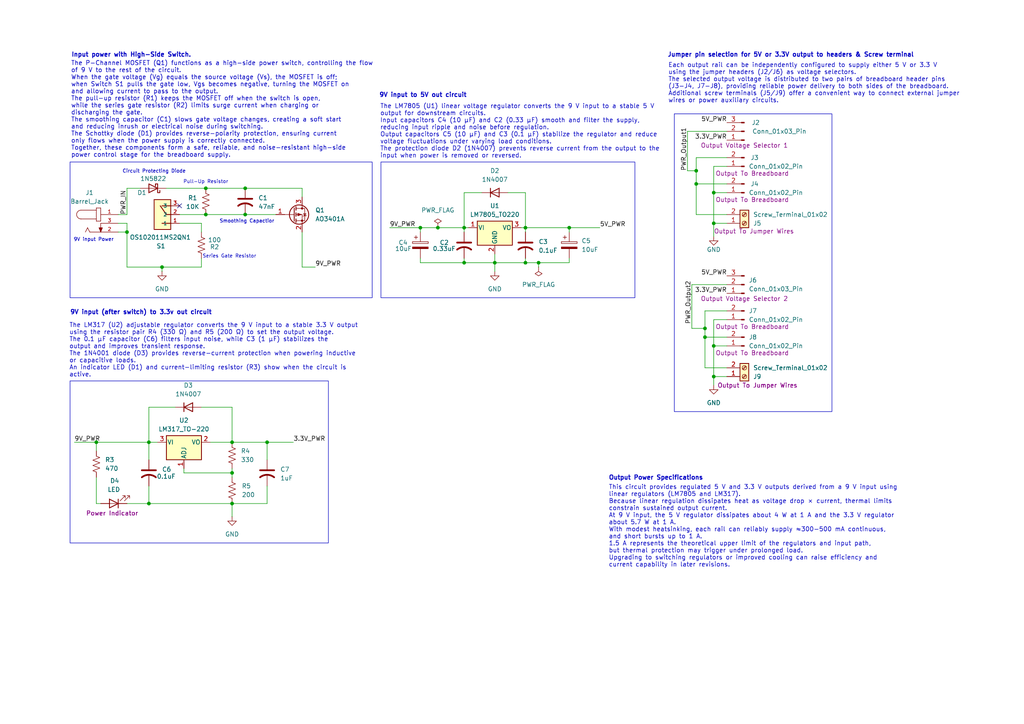
<source format=kicad_sch>
(kicad_sch (version 20250114) (generator "eeschema") (generator_version "9.0")
  (paper "A4")
  (title_block (title "Breadboard Power Supply") (date "2025-10-15") (rev "0.2") (company "Evan Stewart"))
  (lib_symbols
    (symbol "Connector:Conn_01x02_Pin" (pin_names (offset 1.016) (hide yes))
      (property "Reference" "J" (at 0 2.54 0))
      (property "Value" "Conn_01x02_Pin" (at 0 -5.08 0))
      (symbol "Conn_01x02_Pin_1_1"
        (rectangle (start 0.8636 0.127) (end 0 -0.127) (stroke (width 0.1524)) (fill (type outline)))
        (rectangle (start 0.8636 -2.413) (end 0 -2.667) (stroke (width 0.1524)) (fill (type outline)))
        (polyline (pts (xy 1.27 0) (xy 0.8636 0)) (stroke (width 0.1524)))
        (polyline (pts (xy 1.27 -2.54) (xy 0.8636 -2.54)) (stroke (width 0.1524)))
        (pin passive line (at 5.08 0 180) (length 3.81) (name "Pin_1") (number "1"))
        (pin passive line (at 5.08 -2.54 180) (length 3.81) (name "Pin_2") (number "2"))
      )
    )
    (symbol "Connector:Conn_01x03_Pin" (pin_names (offset 1.016) (hide yes))
      (property "Reference" "J" (at 0 5.08 0))
      (property "Value" "Conn_01x03_Pin" (at 0 -5.08 0))
      (symbol "Conn_01x03_Pin_1_1"
        (rectangle (start 0.8636 2.667) (end 0 2.413) (stroke (width 0.1524)) (fill (type outline)))
        (rectangle (start 0.8636 0.127) (end 0 -0.127) (stroke (width 0.1524)) (fill (type outline)))
        (rectangle (start 0.8636 -2.413) (end 0 -2.667) (stroke (width 0.1524)) (fill (type outline)))
        (polyline (pts (xy 1.27 2.54) (xy 0.8636 2.54)) (stroke (width 0.1524)))
        (polyline (pts (xy 1.27 0) (xy 0.8636 0)) (stroke (width 0.1524)))
        (polyline (pts (xy 1.27 -2.54) (xy 0.8636 -2.54)) (stroke (width 0.1524)))
        (pin passive line (at 5.08 2.54 180) (length 3.81) (name "Pin_1") (number "1"))
        (pin passive line (at 5.08 0 180) (length 3.81) (name "Pin_2") (number "2"))
        (pin passive line (at 5.08 -2.54 180) (length 3.81) (name "Pin_3") (number "3"))
      )
    )
    (symbol "Connector:Screw_Terminal_01x02" (pin_names (offset 1.016) (hide yes))
      (property "Reference" "J" (at 0 2.54 0))
      (property "Value" "Screw_Terminal_01x02" (at 0 -5.08 0))
      (symbol "Screw_Terminal_01x02_1_1"
        (rectangle (start -1.27 1.27) (end 1.27 -3.81) (stroke (width 0.254)) (fill (type background)))
        (polyline (pts (xy -0.5334 0.3302) (xy 0.3302 -0.508)) (stroke (width 0.1524)))
        (polyline (pts (xy -0.5334 -2.2098) (xy 0.3302 -3.048)) (stroke (width 0.1524)))
        (polyline (pts (xy -0.3556 0.508) (xy 0.508 -0.3302)) (stroke (width 0.1524)))
        (polyline (pts (xy -0.3556 -2.032) (xy 0.508 -2.8702)) (stroke (width 0.1524)))
        (circle (center 0 0) (radius 0.635) (stroke (width 0.1524)))
        (circle (center 0 -2.54) (radius 0.635) (stroke (width 0.1524)))
        (pin passive line (at -5.08 0 0) (length 3.81) (name "Pin_1") (number "1"))
        (pin passive line (at -5.08 -2.54 0) (length 3.81) (name "Pin_2") (number "2"))
      )
    )
    (symbol "Device:C_Polarized" (pin_numbers (hide yes)) (pin_names (offset 0.254))
      (property "Reference" "C" (at 0.635 2.54 0))
      (property "Value" "C_Polarized" (at 0.635 -2.54 0))
      (symbol "C_Polarized_0_1"
        (rectangle (start -2.286 0.508) (end 2.286 1.016))
        (polyline (pts (xy -1.778 2.286) (xy -0.762 2.286)))
        (polyline (pts (xy -1.27 2.794) (xy -1.27 1.778)))
        (rectangle (start 2.286 -0.508) (end -2.286 -1.016) (fill (type outline)))
      )
      (symbol "C_Polarized_1_1"
        (pin passive line (at 0 3.81 270) (length 2.794) (name "~") (number "1"))
        (pin passive line (at 0 -3.81 90) (length 2.794) (name "~") (number "2"))
      )
    )
    (symbol "Device:C_US" (pin_numbers (hide yes)) (pin_names (offset 0.254) (hide yes))
      (property "Reference" "C" (at 0.635 2.54 0))
      (property "Value" "C_US" (at 0.635 -2.54 0))
      (symbol "C_US_0_1"
        (polyline (pts (xy -2.032 0.762) (xy 2.032 0.762)) (stroke (width 0.508)))
        (arc (start -2.032 -1.27) (mid 0 -0.5572) (end 2.032 -1.27) (stroke (width 0.508)))
      )
      (symbol "C_US_1_1"
        (pin passive line (at 0 3.81 270) (length 2.794) (name "~") (number "1"))
        (pin passive line (at 0 -3.81 90) (length 3.302) (name "~") (number "2"))
      )
    )
    (symbol "Device:D_Schottky" (pin_numbers (hide yes)) (pin_names (offset 1.016) (hide yes))
      (property "Reference" "D" (at 0 2.54 0))
      (property "Value" "D_Schottky" (at 0 -2.54 0))
      (symbol "D_Schottky_0_1"
        (polyline (pts (xy -1.905 0.635) (xy -1.905 1.27) (xy -1.27 1.27) (xy -1.27 -1.27) (xy -0.635 -1.27) (xy -0.635 -0.635)) (stroke (width 0.254)))
        (polyline (pts (xy 1.27 1.27) (xy 1.27 -1.27) (xy -1.27 0) (xy 1.27 1.27)) (stroke (width 0.254)))
        (polyline (pts (xy 1.27 0) (xy -1.27 0)))
      )
      (symbol "D_Schottky_1_1"
        (pin passive line (at -3.81 0 0) (length 2.54) (name "K") (number "1"))
        (pin passive line (at 3.81 0 180) (length 2.54) (name "A") (number "2"))
      )
    )
    (symbol "Device:LED" (pin_numbers (hide yes)) (pin_names (offset 1.016) (hide yes))
      (property "Reference" "D" (at 0 2.54 0))
      (property "Value" "LED" (at 0 -2.54 0))
      (symbol "LED_0_1"
        (polyline (pts (xy -3.048 -0.762) (xy -4.572 -2.286) (xy -3.81 -2.286) (xy -4.572 -2.286) (xy -4.572 -1.524)))
        (polyline (pts (xy -1.778 -0.762) (xy -3.302 -2.286) (xy -2.54 -2.286) (xy -3.302 -2.286) (xy -3.302 -1.524)))
        (polyline (pts (xy -1.27 0) (xy 1.27 0)))
        (polyline (pts (xy -1.27 -1.27) (xy -1.27 1.27)) (stroke (width 0.254)))
        (polyline (pts (xy 1.27 -1.27) (xy 1.27 1.27) (xy -1.27 0) (xy 1.27 -1.27)) (stroke (width 0.254)))
      )
      (symbol "LED_1_1"
        (pin passive line (at -3.81 0 0) (length 2.54) (name "K") (number "1"))
        (pin passive line (at 3.81 0 180) (length 2.54) (name "A") (number "2"))
      )
    )
    (symbol "Device:R_US" (pin_numbers (hide yes)) (pin_names (offset 0))
      (property "Reference" "R" (at 2.54 0 90))
      (property "Value" "R_US" (at -2.54 0 90))
      (symbol "R_US_0_1"
        (polyline (pts (xy 0 2.286) (xy 0 2.54)))
        (polyline (pts (xy 0 2.286) (xy 1.016 1.905) (xy 0 1.524) (xy -1.016 1.143) (xy 0 0.762)))
        (polyline (pts (xy 0 0.762) (xy 1.016 0.381) (xy 0 0) (xy -1.016 -0.381) (xy 0 -0.762)))
        (polyline (pts (xy 0 -0.762) (xy 1.016 -1.143) (xy 0 -1.524) (xy -1.016 -1.905) (xy 0 -2.286)))
        (polyline (pts (xy 0 -2.286) (xy 0 -2.54)))
      )
      (symbol "R_US_1_1"
        (pin passive line (at 0 3.81 270) (length 1.27) (name "~") (number "1"))
        (pin passive line (at 0 -3.81 90) (length 1.27) (name "~") (number "2"))
      )
    )
    (symbol "Diode:1N4007" (pin_numbers (hide yes)) (pin_names (hide yes))
      (property "Reference" "D" (at 0 2.54 0))
      (property "Value" "1N4007" (at 0 -2.54 0))
      (symbol "1N4007_0_1"
        (polyline (pts (xy -1.27 1.27) (xy -1.27 -1.27)) (stroke (width 0.254)))
        (polyline (pts (xy 1.27 1.27) (xy 1.27 -1.27) (xy -1.27 0) (xy 1.27 1.27)) (stroke (width 0.254)))
        (polyline (pts (xy 1.27 0) (xy -1.27 0)))
      )
      (symbol "1N4007_1_1"
        (pin passive line (at -3.81 0 0) (length 2.54) (name "K") (number "1"))
        (pin passive line (at 3.81 0 180) (length 2.54) (name "A") (number "2"))
      )
    )
    (symbol "OS102011MS2QN1:OS102011MS2QN1" (pin_names (offset 1.016))
      (property "Reference" "S" (at -2.5411 5.0822 0))
      (property "Value" "OS102011MS2QN1" (at -2.544 -7.6319 0))
      (symbol "OS102011MS2QN1_0_0"
        (polyline (pts (xy -2.54 2.54) (xy 0 2.54)) (stroke (width 0.254)))
        (polyline (pts (xy -2.54 0) (xy -1.27 0)) (stroke (width 0.254)))
        (polyline (pts (xy -2.54 -2.54) (xy 0 -2.54)) (stroke (width 0.254)))
        (rectangle (start -2.54 -4.318) (end 2.286 4.318) (stroke (width 0.254)) (fill (type background)))
        (polyline (pts (xy -1.27 0) (xy 0.508 -2.54)) (stroke (width 0.254)))
        (pin passive line (at -5.08 2.54 0) (length 2.54) (name "1") (number "1"))
        (pin passive line (at -5.08 0 0) (length 2.54) (name "2") (number "2"))
        (pin passive line (at -5.08 -2.54 0) (length 2.54) (name "3") (number "3"))
      )
    )
    (symbol "PJ-002A_BarrelJack:PJ-002A" (pin_names (offset 1.016))
      (property "Reference" "J" (at -7.6212 5.0808 0))
      (property "Value" "PJ-002A" (at -7.6324 -5.0882 0))
      (symbol "PJ-002A_0_0"
        (polyline (pts (xy -5.715 3.81) (xy -1.27 3.81)) (stroke (width 0.1524)))
        (arc (start -5.715 1.27) (mid -6.9794 2.54) (end -5.715 3.81) (stroke (width 0.1524)))
        (polyline (pts (xy -3.81 -1.27) (xy -4.445 -2.54)) (stroke (width 0.1524)))
        (polyline (pts (xy -3.175 -2.54) (xy -3.81 -1.27)) (stroke (width 0.1524)))
        (polyline (pts (xy -1.27 4.445) (xy -1.27 3.81)) (stroke (width 0.1524)))
        (polyline (pts (xy -1.27 3.81) (xy -1.27 1.27)) (stroke (width 0.1524)))
        (polyline (pts (xy -1.27 1.27) (xy -5.715 1.27)) (stroke (width 0.1524)))
        (polyline (pts (xy -1.27 1.27) (xy -1.27 0.635)) (stroke (width 0.1524)))
        (polyline (pts (xy -1.27 0.635) (xy 0 0.635)) (stroke (width 0.1524)))
        (polyline (pts (xy 0 4.445) (xy -1.27 4.445)) (stroke (width 0.1524)))
        (polyline (pts (xy 0 0.635) (xy 0 4.445)) (stroke (width 0.1524)))
        (polyline (pts (xy 0 0) (xy 0 -2.54)) (stroke (width 0.1524)))
        (polyline (pts (xy 0 -2.54) (xy -3.175 -2.54)) (stroke (width 0.1524)))
        (polyline (pts (xy 0 -2.54) (xy -0.508 -1.27) (xy 0.508 -1.27) (xy 0 -2.54)) (stroke (width 0.1524)) (fill (type outline)))
        (pin passive line (at 5.08 2.54 180) (length 5.08) (name "~") (number "1"))
        (pin passive line (at 5.08 0 180) (length 5.08) (name "~") (number "3"))
        (pin passive line (at 5.08 -2.54 180) (length 5.08) (name "~") (number "2"))
      )
    )
    (symbol "Regulator_Linear:LM317_TO-220" (pin_names (offset 0.254))
      (property "Reference" "U" (at -3.81 3.175 0))
      (property "Value" "LM317_TO-220" (at 0 3.175 0))
      (symbol "LM317_TO-220_0_1"
        (rectangle (start -5.08 1.905) (end 5.08 -5.08) (stroke (width 0.254)) (fill (type background)))
      )
      (symbol "LM317_TO-220_1_1"
        (pin power_in line (at -7.62 0 0) (length 2.54) (name "VI") (number "3"))
        (pin input line (at 0 -7.62 90) (length 2.54) (name "ADJ") (number "1"))
        (pin power_out line (at 7.62 0 180) (length 2.54) (name "VO") (number "2"))
      )
    )
    (symbol "Regulator_Linear:LM7805_TO220" (pin_names (offset 0.254))
      (property "Reference" "U" (at -3.81 3.175 0))
      (property "Value" "LM7805_TO220" (at 0 3.175 0))
      (symbol "LM7805_TO220_0_1"
        (rectangle (start -5.08 1.905) (end 5.08 -5.08) (stroke (width 0.254)) (fill (type background)))
      )
      (symbol "LM7805_TO220_1_1"
        (pin power_in line (at -7.62 0 0) (length 2.54) (name "VI") (number "1"))
        (pin power_in line (at 0 -7.62 90) (length 2.54) (name "GND") (number "2"))
        (pin power_out line (at 7.62 0 180) (length 2.54) (name "VO") (number "3"))
      )
    )
    (symbol "Transistor_FET:AO3401A" (pin_names (hide yes))
      (property "Reference" "Q" (at 5.08 1.905 0))
      (property "Value" "AO3401A" (at 5.08 0 0))
      (symbol "AO3401A_0_1"
        (polyline (pts (xy 0.254 1.905) (xy 0.254 -1.905)) (stroke (width 0.254)))
        (polyline (pts (xy 0.254 0) (xy -2.54 0)))
        (polyline (pts (xy 0.762 2.286) (xy 0.762 1.27)) (stroke (width 0.254)))
        (polyline (pts (xy 0.762 1.778) (xy 3.302 1.778) (xy 3.302 -1.778) (xy 0.762 -1.778)))
        (polyline (pts (xy 0.762 0.508) (xy 0.762 -0.508)) (stroke (width 0.254)))
        (polyline (pts (xy 0.762 -1.27) (xy 0.762 -2.286)) (stroke (width 0.254)))
        (circle (center 1.651 0) (radius 2.794) (stroke (width 0.254)))
        (polyline (pts (xy 2.286 0) (xy 1.27 0.381) (xy 1.27 -0.381) (xy 2.286 0)) (fill (type outline)))
        (polyline (pts (xy 2.54 2.54) (xy 2.54 1.778)))
        (circle (center 2.54 1.778) (radius 0.254) (fill (type outline)))
        (circle (center 2.54 -1.778) (radius 0.254) (fill (type outline)))
        (polyline (pts (xy 2.54 -2.54) (xy 2.54 0) (xy 0.762 0)))
        (polyline (pts (xy 2.794 -0.508) (xy 2.921 -0.381) (xy 3.683 -0.381) (xy 3.81 -0.254)))
        (polyline (pts (xy 3.302 -0.381) (xy 2.921 0.254) (xy 3.683 0.254) (xy 3.302 -0.381)))
      )
      (symbol "AO3401A_1_1"
        (pin input line (at -5.08 0 0) (length 2.54) (name "G") (number "1"))
        (pin passive line (at 2.54 5.08 270) (length 2.54) (name "D") (number "3"))
        (pin passive line (at 2.54 -5.08 90) (length 2.54) (name "S") (number "2"))
      )
    )
    (symbol "power:GND" (power) (pin_numbers (hide yes)) (pin_names (offset 0) (hide yes))
      (property "Value" "GND" (at 0 -3.81 0))
      (symbol "GND_0_1"
        (polyline (pts (xy 0 0) (xy 0 -1.27) (xy 1.27 -1.27) (xy 0 -2.54) (xy -1.27 -1.27) (xy 0 -1.27)))
      )
      (symbol "GND_1_1"
        (pin power_in line (at 0 0 270) (length 0) (name "~") (number "1"))
      )
    )
    (symbol "power:PWR_FLAG" (power) (pin_numbers (hide yes)) (pin_names (offset 0) (hide yes))
      (property "Value" "PWR_FLAG" (at 0 3.81 0))
      (symbol "PWR_FLAG_0_0"
        (pin power_out line (at 0 0 90) (length 0) (name "~") (number "1"))
      )
      (symbol "PWR_FLAG_0_1"
        (polyline (pts (xy 0 0) (xy 0 1.27) (xy -1.016 1.905) (xy 0 2.54) (xy 1.016 1.905) (xy 0 1.27)))
      )
    )
  )
  (rectangle (start 195.58 33.02) (end 241.3 119.38))
  (rectangle (start 110.49 46.99) (end 184.15 86.36))
  (rectangle (start 20.32 110.49) (end 95.25 157.48))
  (rectangle (start 20.32 46.99) (end 107.95 86.36))
  (text "Circuit Protecting Diode" (at 44.704 49.784 0) (effects (font (size 1 1))))
  (text "Pull-Up Resistor" (at 59.69 52.832 0) (effects (font (size 1 1) (thickness 0.125))))
  (text "Input power with High-Side Switch." (at 38.1 16.002 0) (effects (font (size 1.27 1.27) (thickness 0.254) (bold yes))))
  (text "Jumper pin selection for 5V or 3.3V output to headers & Screw terminal" (at 229.362 16.002 0) (effects (font (size 1.27 1.27) (thickness 0.254) (bold yes))))
  (text "Output Power Specifications" (at 190.246 138.684 0) (effects (font (size 1.27 1.27) (thickness 0.254) (bold yes))))
  (text "This circuit provides regulated 5 V and 3.3 V outputs derived from a 9 V input using \nlinear regulators (LM7805 and LM317).\nBecause linear regulation dissipates heat as voltage drop × current, thermal limits \nconstrain sustained output current.\nAt 9 V input, the 5 V regulator dissipates about 4 W at 1 A and the 3.3 V regulator \nabout 5.7 W at 1 A.\nWith modest heatsinking, each rail can reliably supply ≈300-500 mA continuous, \nand short bursts up to 1 A.\n1.5 A represents the theoretical upper limit of the regulators and input path, \nbut thermal protection may trigger under prolonged load.\nUpgrading to switching regulators or improved cooling can raise efficiency and \ncurrent capability in later revisions." (at 176.53 152.654 0) (effects (font (size 1.27 1.27)) (justify left)))
  (text "The P-Channel MOSFET (Q1) functions as a high-side power switch, controlling the flow\nof 9 V to the rest of the circuit.\nWhen the gate voltage (Vg) equals the source voltage (Vs), the MOSFET is off; \nwhen Switch S1 pulls the gate low, Vgs becomes negative, turning the MOSFET on\nand allowing current to pass to the output.\nThe pull-up resistor (R1) keeps the MOSFET off when the switch is open, \nwhile the series gate resistor (R2) limits surge current when charging or \ndischarging the gate.\nThe smoothing capacitor (C1) slows gate voltage changes, creating a soft start \nand reducing inrush or electrical noise during switching.\nThe Schottky diode (D1) provides reverse-polarity protection, ensuring current \nonly flows when the power supply is correctly connected.\nTogether, these components form a safe, reliable, and noise-resistant high-side \npower control stage for the breadboard supply." (at 20.574 31.75 0) (effects (font (size 1.27 1.27) (thickness 0.1588)) (justify left)))
  (text "9V input Power" (at 27.178 69.596 0) (effects (font (size 1 1))))
  (text "Series Gate Resistor" (at 66.548 74.422 0) (effects (font (size 1 1) (thickness 0.125))))
  (text "Smoothing Capactior" (at 71.628 64.262 0) (effects (font (size 1 1))))
  (text "The LM317 (U2) adjustable regulator converts the 9 V input to a stable 3.3 V output \nusing the resistor pair R4 (330 Ω) and R5 (200 Ω) to set the output voltage.\nThe 0.1 µF capacitor (C6) filters input noise, while C3 (1 µF) stabilizes the \noutput and improves transient response.\nThe 1N4001 diode (D3) provides reverse-current protection when powering inductive \nor capacitive loads.\nAn indicator LED (D1) and current-limiting resistor (R3) show when the circuit is \nactive." (at 20.066 101.6 0) (effects (font (size 1.27 1.27)) (justify left)))
  (text "The LM7805 (U1) linear voltage regulator converts the 9 V input to a stable 5 V \noutput for downstream circuits.\nInput capacitors C4 (10 µF) and C2 (0.33 µF) smooth and filter the supply, \nreducing input ripple and noise before regulation.\nOutput capacitors C5 (10 µF) and C3 (0.1 µF) stabilize the regulator and reduce \nvoltage fluctuations under varying load conditions.\nThe protection diode D2 (1N4007) prevents reverse current from the output to the \ninput when power is removed or reversed." (at 110.236 38.1 0) (effects (font (size 1.27 1.27)) (justify left)))
  (text "9V input to 5V out circuit" (at 122.682 27.686 0) (effects (font (size 1.27 1.27) (thickness 0.254) (bold yes))))
  (text "Each output rail can be independently configured to supply either 5 V or 3.3 V \nusing the jumper headers (J2/J6) as voltage selectors.\nThe selected output voltage is distributed to two pairs of breadboard header pins \n(J3-J4, J7-J8), providing reliable power delivery to both sides of the breadboard.\nAdditional screw terminals (J5/J9) offer a convenient way to connect external jumper \nwires or power auxiliary circuits." (at 193.802 24.13 0) (effects (font (size 1.27 1.27)) (justify left)))
  (text "9V input (after switch) to 3.3v out circuit" (at 40.894 90.678 0) (effects (font (size 1.27 1.27) (thickness 0.254) (bold yes))))
  (junction (at 165.1 66.04))
  (junction (at 134.62 66.04))
  (junction (at 43.18 146.05))
  (junction (at 143.51 76.2))
  (junction (at 59.69 54.61))
  (junction (at 207.01 109.22))
  (junction (at 207.01 64.77))
  (junction (at 207.01 100.33))
  (junction (at 27.94 128.27))
  (junction (at 59.69 62.23))
  (junction (at 121.92 66.04))
  (junction (at 127 66.04))
  (junction (at 152.4 66.04))
  (junction (at 204.47 95.25))
  (junction (at 67.31 128.27))
  (junction (at 43.18 128.27))
  (junction (at 77.47 128.27))
  (junction (at 152.4 76.2))
  (junction (at 67.31 146.05))
  (junction (at 36.83 67.31))
  (junction (at 46.99 77.47))
  (junction (at 71.12 54.61))
  (junction (at 156.21 76.2))
  (junction (at 67.31 137.16))
  (junction (at 204.47 97.79))
  (junction (at 201.93 53.34))
  (junction (at 207.01 55.88))
  (junction (at 134.62 76.2))
  (junction (at 71.12 62.23))
  (junction (at 201.93 49.53))
  (no_connect (at 52.07 59.69))
  (wire (pts (xy 77.47 140.97) (xy 77.47 146.05)))
  (wire (pts (xy 200.66 95.25) (xy 204.47 95.25)))
  (wire (pts (xy 204.47 97.79) (xy 210.82 97.79)))
  (wire (pts (xy 207.01 100.33) (xy 207.01 109.22)))
  (wire (pts (xy 199.39 49.53) (xy 201.93 49.53)))
  (wire (pts (xy 207.01 109.22) (xy 207.01 111.76)))
  (wire (pts (xy 139.7 55.88) (xy 134.62 55.88)))
  (wire (pts (xy 27.94 138.43) (xy 27.94 146.05)))
  (wire (pts (xy 210.82 92.71) (xy 207.01 92.71)))
  (wire (pts (xy 59.69 62.23) (xy 71.12 62.23)))
  (wire (pts (xy 210.82 109.22) (xy 207.01 109.22)))
  (wire (pts (xy 27.94 128.27) (xy 27.94 130.81)))
  (wire (pts (xy 21.59 128.27) (xy 27.94 128.27)))
  (wire (pts (xy 58.42 74.93) (xy 58.42 77.47)))
  (wire (pts (xy 210.82 90.17) (xy 204.47 90.17)))
  (wire (pts (xy 36.83 54.61) (xy 40.64 54.61)))
  (wire (pts (xy 34.29 64.77) (xy 36.83 64.77)))
  (wire (pts (xy 151.13 66.04) (xy 152.4 66.04)))
  (wire (pts (xy 87.63 54.61) (xy 87.63 57.15)))
  (wire (pts (xy 43.18 146.05) (xy 67.31 146.05)))
  (wire (pts (xy 67.31 146.05) (xy 67.31 149.86)))
  (wire (pts (xy 53.34 135.89) (xy 53.34 137.16)))
  (wire (pts (xy 52.07 62.23) (xy 59.69 62.23)))
  (wire (pts (xy 34.29 62.23) (xy 36.83 62.23)))
  (wire (pts (xy 36.83 146.05) (xy 43.18 146.05)))
  (wire (pts (xy 121.92 76.2) (xy 134.62 76.2)))
  (wire (pts (xy 71.12 54.61) (xy 87.63 54.61)))
  (wire (pts (xy 134.62 67.31) (xy 134.62 66.04)))
  (wire (pts (xy 143.51 76.2) (xy 152.4 76.2)))
  (wire (pts (xy 156.21 77.47) (xy 156.21 76.2)))
  (wire (pts (xy 43.18 140.97) (xy 43.18 146.05)))
  (wire (pts (xy 152.4 66.04) (xy 165.1 66.04)))
  (wire (pts (xy 60.96 128.27) (xy 67.31 128.27)))
  (wire (pts (xy 77.47 146.05) (xy 67.31 146.05)))
  (wire (pts (xy 201.93 45.72) (xy 201.93 49.53)))
  (wire (pts (xy 121.92 76.2) (xy 121.92 74.93)))
  (wire (pts (xy 77.47 128.27) (xy 85.09 128.27)))
  (wire (pts (xy 27.94 128.27) (xy 43.18 128.27)))
  (wire (pts (xy 46.99 77.47) (xy 46.99 78.74)))
  (wire (pts (xy 152.4 66.04) (xy 152.4 67.31)))
  (wire (pts (xy 200.66 82.55) (xy 210.82 82.55)))
  (wire (pts (xy 67.31 137.16) (xy 67.31 138.43)))
  (wire (pts (xy 43.18 118.11) (xy 43.18 128.27)))
  (wire (pts (xy 156.21 76.2) (xy 152.4 76.2)))
  (wire (pts (xy 113.03 66.04) (xy 121.92 66.04)))
  (wire (pts (xy 121.92 66.04) (xy 121.92 67.31)))
  (wire (pts (xy 53.34 137.16) (xy 67.31 137.16)))
  (wire (pts (xy 210.82 64.77) (xy 207.01 64.77)))
  (wire (pts (xy 207.01 55.88) (xy 207.01 64.77)))
  (wire (pts (xy 87.63 77.47) (xy 91.44 77.47)))
  (wire (pts (xy 210.82 48.26) (xy 207.01 48.26)))
  (wire (pts (xy 67.31 128.27) (xy 77.47 128.27)))
  (wire (pts (xy 199.39 38.1) (xy 199.39 49.53)))
  (wire (pts (xy 36.83 77.47) (xy 46.99 77.47)))
  (wire (pts (xy 152.4 55.88) (xy 152.4 66.04)))
  (wire (pts (xy 134.62 76.2) (xy 143.51 76.2)))
  (wire (pts (xy 207.01 92.71) (xy 207.01 100.33)))
  (wire (pts (xy 43.18 128.27) (xy 45.72 128.27)))
  (wire (pts (xy 50.8 118.11) (xy 43.18 118.11)))
  (wire (pts (xy 201.93 53.34) (xy 210.82 53.34)))
  (wire (pts (xy 152.4 74.93) (xy 152.4 76.2)))
  (wire (pts (xy 34.29 67.31) (xy 36.83 67.31)))
  (wire (pts (xy 27.94 146.05) (xy 29.21 146.05)))
  (wire (pts (xy 46.99 77.47) (xy 58.42 77.47)))
  (wire (pts (xy 165.1 66.04) (xy 165.1 67.31)))
  (wire (pts (xy 71.12 62.23) (xy 80.01 62.23)))
  (wire (pts (xy 165.1 74.93) (xy 165.1 76.2)))
  (wire (pts (xy 67.31 135.89) (xy 67.31 137.16)))
  (wire (pts (xy 204.47 97.79) (xy 204.47 106.68)))
  (wire (pts (xy 201.93 62.23) (xy 210.82 62.23)))
  (wire (pts (xy 165.1 66.04) (xy 173.99 66.04)))
  (wire (pts (xy 143.51 76.2) (xy 143.51 78.74)))
  (wire (pts (xy 147.32 55.88) (xy 152.4 55.88)))
  (wire (pts (xy 87.63 67.31) (xy 87.63 77.47)))
  (wire (pts (xy 52.07 64.77) (xy 58.42 64.77)))
  (wire (pts (xy 134.62 74.93) (xy 134.62 76.2)))
  (wire (pts (xy 156.21 76.2) (xy 165.1 76.2)))
  (wire (pts (xy 67.31 118.11) (xy 67.31 128.27)))
  (wire (pts (xy 59.69 54.61) (xy 71.12 54.61)))
  (wire (pts (xy 48.26 54.61) (xy 59.69 54.61)))
  (wire (pts (xy 207.01 68.58) (xy 207.01 64.77)))
  (wire (pts (xy 204.47 95.25) (xy 204.47 97.79)))
  (wire (pts (xy 36.83 67.31) (xy 36.83 77.47)))
  (wire (pts (xy 200.66 82.55) (xy 200.66 95.25)))
  (wire (pts (xy 121.92 66.04) (xy 127 66.04)))
  (wire (pts (xy 134.62 66.04) (xy 135.89 66.04)))
  (wire (pts (xy 199.39 38.1) (xy 210.82 38.1)))
  (wire (pts (xy 207.01 48.26) (xy 207.01 55.88)))
  (wire (pts (xy 204.47 90.17) (xy 204.47 95.25)))
  (wire (pts (xy 207.01 100.33) (xy 210.82 100.33)))
  (wire (pts (xy 207.01 55.88) (xy 210.82 55.88)))
  (wire (pts (xy 204.47 106.68) (xy 210.82 106.68)))
  (wire (pts (xy 36.83 54.61) (xy 36.83 62.23)))
  (wire (pts (xy 127 66.04) (xy 134.62 66.04)))
  (wire (pts (xy 36.83 64.77) (xy 36.83 67.31)))
  (wire (pts (xy 43.18 128.27) (xy 43.18 133.35)))
  (wire (pts (xy 58.42 64.77) (xy 58.42 67.31)))
  (wire (pts (xy 201.93 49.53) (xy 201.93 53.34)))
  (wire (pts (xy 143.51 73.66) (xy 143.51 76.2)))
  (wire (pts (xy 210.82 45.72) (xy 201.93 45.72)))
  (wire (pts (xy 201.93 53.34) (xy 201.93 62.23)))
  (wire (pts (xy 77.47 128.27) (xy 77.47 133.35)))
  (wire (pts (xy 134.62 55.88) (xy 134.62 66.04)))
  (wire (pts (xy 58.42 118.11) (xy 67.31 118.11)))
  (label "PWR_Output1" (at 199.39 49.53 90))
  (label "3.3V_PWR" (at 210.82 85.09 180))
  (label "5V_PWR" (at 210.82 80.01 180))
  (label "9V_PWR" (at 91.44 77.47 0) (effects (font (thickness 0.1588))))
  (label "PWR_Output2" (at 200.66 93.98 90))
  (label "PWR_IN" (at 36.83 62.23 90))
  (label "5V_PWR" (at 173.99 66.04 0))
  (label "9V_PWR" (at 21.59 128.27 0))
  (label "9V_PWR" (at 113.03 66.04 0) (effects (font (thickness 0.1588))))
  (label "5V_PWR" (at 210.82 35.56 180))
  (label "3.3V_PWR" (at 210.82 40.64 180))
  (label "3.3V_PWR" (at 85.09 128.27 0))
  (symbol (lib_id "Device:D_Schottky") (at 44.45 54.61 180) (unit 1)
    (property "Reference" "D1" (at 41.148 55.88 0))
    (property "Value" "1N5822" (at 44.45 51.816 0))
    (property "Footprint" "Diode_THT:D_A-405_P10.16mm_Horizontal" (effects (hide yes)))
    (property "Description" "Schottky diode" (effects (hide yes)))
  )
  (symbol (lib_id "power:PWR_FLAG") (at 156.21 77.47 180) (unit 1)
    (property "Reference" "#FLG02" (effects (hide yes)))
    (property "Value" "PWR_FLAG" (at 156.21 82.55 0))
    (property "Description" "Special symbol for telling ERC where power comes from" (effects (hide yes)))
  )
  (symbol (lib_id "Regulator_Linear:LM317_TO-220") (at 53.34 128.27 0) (unit 1)
    (property "Reference" "U2" (at 53.34 121.92 0))
    (property "Value" "LM317_TO-220" (at 53.34 124.46 0))
    (property "Footprint" "Package_TO_SOT_THT:TO-220-3_Vertical" (effects (hide yes)))
    (property "Datasheet" "http://www.ti.com/lit/ds/symlink/lm317.pdf" (effects (hide yes)))
    (property "Description" "1.5A 35V Adjustable Linear Regulator, TO-220" (effects (hide yes)))
  )
  (symbol (lib_id "Device:C_US") (at 152.4 71.12 0) (unit 1)
    (property "Reference" "C3" (at 156.21 70.1039 0) (effects (justify left)))
    (property "Value" "0.1uF" (at 156.21 72.6439 0) (effects (justify left)))
    (property "Footprint" "Capacitor_THT:C_Disc_D3.0mm_W1.6mm_P2.50mm" (effects (hide yes)))
    (property "Description" "capacitor, US symbol" (effects (hide yes)))
  )
  (symbol (lib_id "Connector:Conn_01x03_Pin") (at 215.9 38.1 180) (unit 1)
    (property "Reference" "J2" (at 219.202 35.56 0))
    (property "Value" "Conn_01x03_Pin" (at 226.06 38.1 0))
    (property "Footprint" "Connector_PinHeader_2.54mm:PinHeader_1x03_P2.54mm_Vertical" (effects (hide yes)))
    (property "Description" "Generic connector, single row, 01x03, script generated" (effects (hide yes)))
    (property "Purpose" "Output Voltage Selector 1" (at 215.9 42.164 0))
  )
  (symbol (lib_id "PJ-002A_BarrelJack:PJ-002A") (at 29.21 64.77 0) (unit 1)
    (property "Reference" "J1" (at 25.9743 55.88 0))
    (property "Value" "Barrel_Jack" (at 25.9743 58.42 0))
    (property "Footprint" "PJ-002A_BarrelJack:CUI_PJ-002A" (effects (hide yes)))
    (property "Description" "DC Barrel Jack" (effects (hide yes)))
    (property "MANUFACTURER" "CUI INC" (effects (hide yes)))
    (property "STANDARD" "Manufacturer recommendations" (effects (hide yes)))
  )
  (symbol (lib_id "Connector:Conn_01x03_Pin") (at 215.9 82.55 180) (unit 1)
    (property "Reference" "J6" (at 217.17 81.2799 0) (effects (justify right)))
    (property "Value" "Conn_01x03_Pin" (at 217.17 83.8199 0) (effects (justify right)))
    (property "Footprint" "Connector_PinHeader_2.54mm:PinHeader_1x03_P2.54mm_Vertical" (effects (hide yes)))
    (property "Description" "Generic connector, single row, 01x03, script generated" (effects (hide yes)))
    (property "Purpose" "Output Voltage Selector 2" (at 215.9 86.614 0))
  )
  (symbol (lib_id "Regulator_Linear:LM7805_TO220") (at 143.51 66.04 0) (unit 1)
    (property "Reference" "U1" (at 143.51 59.69 0))
    (property "Value" "LM7805_TO220" (at 143.51 62.23 0))
    (property "Footprint" "Package_TO_SOT_THT:TO-220-3_Vertical" (effects (hide yes)))
    (property "Datasheet" "https://www.onsemi.cn/PowerSolutions/document/MC7800-D.PDF" (effects (hide yes)))
    (property "Description" "Positive 1A 35V Linear Regulator, Fixed Output 5V, TO-220" (effects (hide yes)))
  )
  (symbol (lib_id "Device:LED") (at 33.02 146.05 180) (unit 1)
    (property "Reference" "D4" (at 33.274 139.446 0))
    (property "Value" "LED" (at 33.02 141.986 0))
    (property "Footprint" "LED_THT:LED_D5.0mm" (effects (hide yes)))
    (property "Description" "Light emitting diode" (effects (hide yes)))
    (property "Sim.Pins" "1=K 2=A" (effects (hide yes)))
    (property "Purpose" "Power Indicator " (at 33.02 148.844 0))
  )
  (symbol (lib_id "Device:R_US") (at 27.94 134.62 180) (unit 1)
    (property "Reference" "R3" (at 30.48 133.3499 0) (effects (justify right)))
    (property "Value" "470" (at 30.48 135.8899 0) (effects (justify right)))
    (property "Footprint" "Resistor_THT:R_Axial_DIN0204_L3.6mm_D1.6mm_P7.62mm_Horizontal" (effects (hide yes)))
    (property "Description" "Resistor, US symbol" (effects (hide yes)))
  )
  (symbol (lib_id "power:GND") (at 207.01 111.76 0) (unit 1)
    (property "Reference" "#PWR03" (effects (hide yes)))
    (property "Value" "GND" (at 207.01 116.84 0))
    (property "Description" "Power symbol creates a global label with name \"GND\" , ground" (effects (hide yes)))
  )
  (symbol (lib_id "Device:R_US") (at 67.31 142.24 180) (unit 1)
    (property "Reference" "R5" (at 70.104 140.97 0) (effects (justify right)))
    (property "Value" "200" (at 70.104 143.51 0) (effects (justify right)))
    (property "Footprint" "Resistor_THT:R_Axial_DIN0204_L3.6mm_D1.6mm_P7.62mm_Horizontal" (effects (hide yes)))
    (property "Description" "Resistor, US symbol" (effects (hide yes)))
  )
  (symbol (lib_id "Device:R_US") (at 59.69 58.42 180) (unit 1)
    (property "Reference" "R1" (at 55.88 57.404 0))
    (property "Value" "10K" (at 55.88 59.944 0))
    (property "Footprint" "Resistor_THT:R_Axial_DIN0204_L3.6mm_D1.6mm_P7.62mm_Horizontal" (effects (hide yes)))
    (property "Description" "Resistor, US symbol" (effects (hide yes)))
  )
  (symbol (lib_id "Device:R_US") (at 67.31 132.08 180) (unit 1)
    (property "Reference" "R4" (at 69.85 130.8099 0) (effects (justify right)))
    (property "Value" "330" (at 69.85 133.3499 0) (effects (justify right)))
    (property "Footprint" "Resistor_THT:R_Axial_DIN0204_L3.6mm_D1.6mm_P7.62mm_Horizontal" (effects (hide yes)))
    (property "Description" "Resistor, US symbol" (effects (hide yes)))
  )
  (symbol (lib_id "Connector:Conn_01x02_Pin") (at 215.9 100.33 180) (unit 1)
    (property "Reference" "J8" (at 217.17 97.7899 0) (effects (justify right)))
    (property "Value" "Conn_01x02_Pin" (at 217.17 100.3299 0) (effects (justify right)))
    (property "Footprint" "Connector_PinHeader_2.54mm:PinHeader_1x02_P2.54mm_Vertical" (effects (hide yes)))
    (property "Description" "Generic connector, single row, 01x02, script generated" (effects (hide yes)))
    (property "Purpose" "Output To Breadboard" (at 218.186 102.362 0))
  )
  (symbol (lib_id "Diode:1N4007") (at 143.51 55.88 0) (unit 1)
    (property "Reference" "D2" (at 143.51 49.53 0))
    (property "Value" "1N4007" (at 143.51 52.07 0))
    (property "Footprint" "Diode_THT:D_DO-41_SOD81_P10.16mm_Horizontal" (effects (hide yes)))
    (property "Datasheet" "http://www.vishay.com/docs/88503/1n4001.pdf" (effects (hide yes)))
    (property "Description" "1000V 1A General Purpose Rectifier Diode, DO-41" (effects (hide yes)))
    (property "Sim.Device" "D" (effects (hide yes)))
    (property "Sim.Pins" "1=K 2=A" (effects (hide yes)))
  )
  (symbol (lib_id "Connector:Conn_01x02_Pin") (at 215.9 92.71 180) (unit 1)
    (property "Reference" "J7" (at 217.17 90.1699 0) (effects (justify right)))
    (property "Value" "Conn_01x02_Pin" (at 217.17 92.7099 0) (effects (justify right)))
    (property "Footprint" "Connector_PinHeader_2.54mm:PinHeader_1x02_P2.54mm_Vertical" (effects (hide yes)))
    (property "Description" "Generic connector, single row, 01x02, script generated" (effects (hide yes)))
    (property "Purpose" "Output To Breadboard" (at 218.186 94.742 0))
  )
  (symbol (lib_id "power:GND") (at 207.01 68.58 0) (unit 1)
    (property "Reference" "#PWR04" (effects (hide yes)))
    (property "Value" "GND" (at 207.01 72.39 0))
    (property "Description" "Power symbol creates a global label with name \"GND\" , ground" (effects (hide yes)))
  )
  (symbol (lib_id "Connector:Screw_Terminal_01x02") (at 215.9 109.22 0) (mirror x) (unit 1)
    (property "Reference" "J9" (at 218.44 109.2201 0) (effects (justify left)))
    (property "Value" "Screw_Terminal_01x02" (at 218.44 106.6801 0) (effects (justify left)))
    (property "Footprint" "TerminalBlock:TerminalBlock_Xinya_XY308-2.54-2P_1x02_P2.54mm_Horizontal" (effects (hide yes)))
    (property "Description" "Generic screw terminal, single row, 01x02, script generated (kicad-library-utils/schlib/autogen/connector/)" (effects (hide yes)))
    (property "Purpose" "Output To Jumper Wires" (at 219.71 111.76 0))
  )
  (symbol (lib_id "Device:C_Polarized") (at 121.92 71.12 0) (unit 1)
    (property "Reference" "C4" (at 115.57 70.358 0) (effects (justify left)))
    (property "Value" "10uF" (at 114.554 72.136 0) (effects (justify left)))
    (property "Footprint" "Capacitor_THT:C_Radial_D5.0mm_H11.0mm_P2.00mm" (effects (hide yes)))
    (property "Description" "Polarized capacitor" (effects (hide yes)))
  )
  (symbol (lib_id "Connector:Conn_01x02_Pin") (at 215.9 48.26 180) (unit 1)
    (property "Reference" "J3" (at 217.678 45.72 0) (effects (justify right)))
    (property "Value" "Conn_01x02_Pin" (at 217.17 48.2599 0) (effects (justify right)))
    (property "Footprint" "Connector_PinHeader_2.54mm:PinHeader_1x02_P2.54mm_Vertical" (effects (hide yes)))
    (property "Description" "Generic connector, single row, 01x02, script generated" (effects (hide yes)))
    (property "Purpose" "Output To Breadboard" (at 218.186 50.292 0))
  )
  (symbol (lib_id "Device:C_US") (at 134.62 71.12 0) (unit 1)
    (property "Reference" "C2" (at 127.508 70.358 0) (effects (justify left)))
    (property "Value" "0.33uF" (at 125.476 72.136 0) (effects (justify left)))
    (property "Footprint" "Capacitor_THT:C_Disc_D3.0mm_W1.6mm_P2.50mm" (effects (hide yes)))
    (property "Description" "capacitor, US symbol" (effects (hide yes)))
  )
  (symbol (lib_id "Device:C_Polarized") (at 165.1 71.12 0) (unit 1)
    (property "Reference" "C5" (at 168.656 69.85 0) (effects (justify left)))
    (property "Value" "10uF" (at 168.656 72.39 0) (effects (justify left)))
    (property "Footprint" "Capacitor_THT:C_Radial_D5.0mm_H11.0mm_P2.00mm" (effects (hide yes)))
    (property "Description" "Polarized capacitor" (effects (hide yes)))
  )
  (symbol (lib_id "Device:C_US") (at 77.47 137.16 0) (unit 1)
    (property "Reference" "C7" (at 81.28 136.1439 0) (effects (justify left)))
    (property "Value" "1uF" (at 81.28 138.6839 0) (effects (justify left)))
    (property "Footprint" "Capacitor_THT:C_Disc_D3.0mm_W1.6mm_P2.50mm" (effects (hide yes)))
    (property "Description" "capacitor, US symbol" (effects (hide yes)))
  )
  (symbol (lib_id "OS102011MS2QN1:OS102011MS2QN1") (at 46.99 62.23 180) (unit 1)
    (property "Reference" "S1" (at 48.006 71.374 0) (effects (justify left)))
    (property "Value" "OS102011MS2QN1" (at 55.372 68.834 0) (effects (justify left)))
    (property "Footprint" "FootprintLib_ES:SW_Slide_SS12F44_SPDT" (effects (hide yes)))
    (property "STANDARD" "MANUFACTURER RECOMMENDATIONS" (effects (hide yes)))
    (property "MANUFACTURER" "C&K" (effects (hide yes)))
  )
  (symbol (lib_id "Device:C_US") (at 43.18 137.16 0) (unit 1)
    (property "Reference" "C6" (at 46.99 136.144 0) (effects (justify left)))
    (property "Value" "0.1uF" (at 45.466 138.176 0) (effects (justify left)))
    (property "Footprint" "Capacitor_THT:C_Disc_D3.0mm_W1.6mm_P2.50mm" (effects (hide yes)))
    (property "Description" "capacitor, US symbol" (effects (hide yes)))
  )
  (symbol (lib_id "Device:R_US") (at 58.42 71.12 0) (unit 1)
    (property "Reference" "R2" (at 62.23 71.628 0))
    (property "Value" "100" (at 62.23 69.596 0))
    (property "Footprint" "Resistor_THT:R_Axial_DIN0204_L3.6mm_D1.6mm_P7.62mm_Horizontal" (effects (hide yes)))
    (property "Description" "Resistor, US symbol" (effects (hide yes)))
  )
  (symbol (lib_id "power:GND") (at 67.31 149.86 0) (unit 1)
    (property "Reference" "#PWR02" (effects (hide yes)))
    (property "Value" "GND" (at 67.31 154.94 0))
    (property "Description" "Power symbol creates a global label with name \"GND\" , ground" (effects (hide yes)))
  )
  (symbol (lib_id "power:PWR_FLAG") (at 127 66.04 0) (unit 1)
    (property "Reference" "#FLG01" (effects (hide yes)))
    (property "Value" "PWR_FLAG" (at 127 60.96 0))
    (property "Description" "Special symbol for telling ERC where power comes from" (effects (hide yes)))
  )
  (symbol (lib_id "Connector:Screw_Terminal_01x02") (at 215.9 64.77 0) (mirror x) (unit 1)
    (property "Reference" "J5" (at 218.44 64.7701 0) (effects (justify left)))
    (property "Value" "Screw_Terminal_01x02" (at 218.44 62.2301 0) (effects (justify left)))
    (property "Footprint" "TerminalBlock:TerminalBlock_Xinya_XY308-2.54-2P_1x02_P2.54mm_Horizontal" (effects (hide yes)))
    (property "Description" "Generic screw terminal, single row, 01x02, script generated (kicad-library-utils/schlib/autogen/connector/)" (effects (hide yes)))
    (property "Purpose" "Output To Jumper Wires" (at 218.694 67.056 0))
  )
  (symbol (lib_id "power:GND") (at 46.99 78.74 0) (unit 1)
    (property "Reference" "#PWR05" (effects (hide yes)))
    (property "Value" "GND" (at 46.99 83.82 0))
    (property "Description" "Power symbol creates a global label with name \"GND\" , ground" (effects (hide yes)))
  )
  (symbol (lib_id "Connector:Conn_01x02_Pin") (at 215.9 55.88 180) (unit 1)
    (property "Reference" "J4" (at 217.678 53.34 0) (effects (justify right)))
    (property "Value" "Conn_01x02_Pin" (at 217.17 55.8799 0) (effects (justify right)))
    (property "Footprint" "Connector_PinHeader_2.54mm:PinHeader_1x02_P2.54mm_Vertical" (effects (hide yes)))
    (property "Description" "Generic connector, single row, 01x02, script generated" (effects (hide yes)))
    (property "Purpose" "Output To Breadboard" (at 218.186 57.912 0))
  )
  (symbol (lib_id "Transistor_FET:AO3401A") (at 85.09 62.23 0) (unit 1)
    (property "Reference" "Q1" (at 91.44 60.9599 0) (effects (justify left)))
    (property "Value" "AO3401A" (at 91.44 63.4999 0) (effects (justify left)))
    (property "Footprint" "Package_TO_SOT_SMD:SOT-23" (effects (hide yes)))
    (property "Datasheet" "http://www.aosmd.com/pdfs/datasheet/AO3401A.pdf" (effects (hide yes)))
    (property "Description" "-4.0A Id, -30V Vds, P-Channel MOSFET, SOT-23" (effects (hide yes)))
  )
  (symbol (lib_id "Diode:1N4007") (at 54.61 118.11 0) (unit 1)
    (property "Reference" "D3" (at 54.61 111.76 0))
    (property "Value" "1N4007" (at 54.61 114.3 0))
    (property "Footprint" "Diode_THT:D_DO-41_SOD81_P10.16mm_Horizontal" (effects (hide yes)))
    (property "Datasheet" "http://www.vishay.com/docs/88503/1n4001.pdf" (effects (hide yes)))
    (property "Description" "1000V 1A General Purpose Rectifier Diode, DO-41" (effects (hide yes)))
    (property "Sim.Device" "D" (effects (hide yes)))
    (property "Sim.Pins" "1=K 2=A" (effects (hide yes)))
  )
  (symbol (lib_id "Device:C_US") (at 71.12 58.42 0) (unit 1)
    (property "Reference" "C1" (at 74.93 57.4039 0) (effects (justify left)))
    (property "Value" "47nF" (at 74.93 59.9439 0) (effects (justify left)))
    (property "Footprint" "Capacitor_THT:C_Disc_D3.0mm_W1.6mm_P2.50mm" (effects (hide yes)))
    (property "Description" "capacitor, US symbol" (effects (hide yes)))
  )
  (symbol (lib_id "power:GND") (at 143.51 78.74 0) (unit 1)
    (property "Reference" "#PWR01" (effects (hide yes)))
    (property "Value" "GND" (at 143.51 83.82 0))
    (property "Description" "Power symbol creates a global label with name \"GND\" , ground" (effects (hide yes)))
  )
)
</source>
